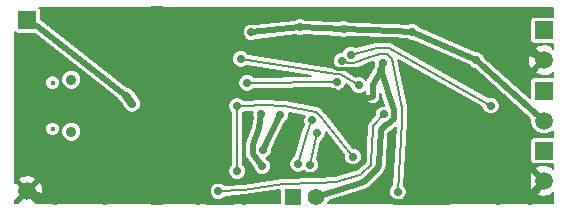
<source format=gbl>
G04 #@! TF.GenerationSoftware,KiCad,Pcbnew,(5.0.0-rc2-dev-596-gcfd2f1d00)*
G04 #@! TF.CreationDate,2018-08-25T14:54:55+02:00*
G04 #@! TF.ProjectId,MP2637,4D50323633372E6B696361645F706362,rev?*
G04 #@! TF.SameCoordinates,Original*
G04 #@! TF.FileFunction,Copper,L2,Bot,Signal*
G04 #@! TF.FilePolarity,Positive*
%FSLAX45Y45*%
G04 Gerber Fmt 4.5, Leading zero omitted, Abs format (unit mm)*
G04 Created by KiCad (PCBNEW (5.0.0-rc2-dev-596-gcfd2f1d00)) date 08/25/18 14:54:55*
%MOMM*%
%LPD*%
G01*
G04 APERTURE LIST*
%ADD10C,0.500000*%
%ADD11C,0.900000*%
%ADD12C,0.400000*%
%ADD13C,1.500000*%
%ADD14C,5.000000*%
%ADD15R,1.500000X1.500000*%
%ADD16R,1.400000X1.400000*%
%ADD17C,1.400000*%
%ADD18C,0.500000*%
%ADD19C,0.700000*%
%ADD20C,0.200000*%
%ADD21C,0.700000*%
%ADD22C,0.300000*%
G04 APERTURE END LIST*
D10*
X13075000Y-5800000D02*
X13075000Y-5700000D01*
D11*
X10525000Y-6095000D03*
X10525000Y-5655000D03*
D12*
X10365000Y-5680000D03*
X10365000Y-6070000D03*
D13*
X10150000Y-6600000D03*
D14*
X11250000Y-5275000D03*
X11250000Y-6475000D03*
D15*
X10150000Y-5150000D03*
D16*
X12400000Y-6650000D03*
D17*
X12600000Y-6650000D03*
D15*
X14525000Y-6258000D03*
D13*
X14525000Y-6512000D03*
D15*
X14525000Y-5238000D03*
D13*
X14525000Y-5492000D03*
D15*
X14525000Y-5748000D03*
D13*
X14525000Y-6002000D03*
D18*
X13075000Y-5700000D03*
X13075000Y-5800000D03*
D19*
X12049100Y-5256010D03*
X12460000Y-5210000D03*
X12830000Y-5227170D03*
X13410000Y-5250000D03*
X13148200Y-5574580D03*
X13165300Y-5511470D03*
X13953300Y-5491320D03*
X12132300Y-5946770D03*
X12139700Y-6388360D03*
X12891600Y-5444720D03*
X14075300Y-5875510D03*
X10990000Y-5790000D03*
X11040000Y-5860000D03*
X12294700Y-5951910D03*
X12149800Y-6249230D03*
X11929600Y-6431070D03*
X11929200Y-5880000D03*
X12909200Y-6306440D03*
X13288800Y-6607080D03*
X12812900Y-5495980D03*
X12602000Y-6110480D03*
X12547400Y-6376550D03*
X12564000Y-6001270D03*
X12446300Y-6368350D03*
X12776400Y-5675400D03*
X12013200Y-5680870D03*
X12956600Y-5700890D03*
X11960000Y-5480000D03*
X13170000Y-5950000D03*
X11770000Y-6600000D03*
X10390000Y-6680000D03*
X10810000Y-6680000D03*
X10380000Y-5070000D03*
X10790000Y-5070000D03*
X12909700Y-5834520D03*
X12831800Y-5834590D03*
X12749700Y-5836110D03*
X12747600Y-5762480D03*
X12827600Y-5760760D03*
X11335200Y-5623290D03*
X11426100Y-5620950D03*
X12735700Y-6450000D03*
X13230000Y-6120000D03*
X13810000Y-5070000D03*
X14120000Y-5070000D03*
X14380000Y-5070000D03*
X13490000Y-5070000D03*
X12810000Y-5070000D03*
X12340000Y-5070000D03*
X11990000Y-5070000D03*
X11640000Y-5070000D03*
X11600000Y-6680000D03*
X11990000Y-6680000D03*
X14140000Y-6680000D03*
X14375000Y-6125000D03*
X13621400Y-6496560D03*
X13446200Y-5403460D03*
X12462200Y-5413270D03*
X13060800Y-5543330D03*
X14212200Y-5859320D03*
X14343400Y-5384830D03*
X14007000Y-5387290D03*
X14386600Y-5629470D03*
X13910800Y-6096730D03*
X13456200Y-6100000D03*
X14410000Y-6680000D03*
X14121900Y-6423710D03*
X12018300Y-5801930D03*
X12042900Y-5578160D03*
X12022400Y-6031710D03*
X11546200Y-6154860D03*
X10986000Y-6119970D03*
X11022900Y-5606890D03*
X10503700Y-6399080D03*
X10070000Y-5600000D03*
X10070000Y-5880000D03*
X10070000Y-6150000D03*
X10550000Y-5300000D03*
D10*
X13148200Y-5579530D02*
X13148200Y-5574580D01*
X13075000Y-5700000D02*
X13148200Y-5579530D01*
X13255000Y-5914790D02*
X13148200Y-5574580D01*
X13255000Y-5985210D02*
X13255000Y-5914790D01*
X13205210Y-6035000D02*
X13255000Y-5985210D01*
X13194790Y-6035000D02*
X13205210Y-6035000D01*
X13145000Y-6084790D02*
X13194790Y-6035000D01*
X13129230Y-6377330D02*
X13145000Y-6084790D01*
X13114910Y-6411890D02*
X13129230Y-6377330D01*
X13014650Y-6512150D02*
X13114910Y-6411890D01*
X12980090Y-6526470D02*
X13014650Y-6512150D01*
X12790680Y-6590020D02*
X12980090Y-6526470D01*
X12600000Y-6650000D02*
X12790680Y-6590020D01*
X12460000Y-5210000D02*
X12830000Y-5227170D01*
X12112410Y-6068990D02*
X12132300Y-5946770D01*
X12059790Y-6211950D02*
X12112410Y-6068990D01*
X12059790Y-6286510D02*
X12059790Y-6211950D01*
X12139700Y-6388360D02*
X12059790Y-6286510D01*
X13148200Y-5574580D02*
X13165300Y-5511470D01*
X13246140Y-5241430D02*
X13410000Y-5250000D01*
X12830000Y-5227170D02*
X13246140Y-5241430D01*
X12049100Y-5256010D02*
X12460000Y-5210000D01*
X14525000Y-6002000D02*
X13953300Y-5491320D01*
X13953300Y-5491320D02*
X13410000Y-5250000D01*
D20*
X13217080Y-5386450D02*
X14075300Y-5875510D01*
X13113520Y-5386450D02*
X13217080Y-5386450D01*
X12891600Y-5444720D02*
X13113520Y-5386450D01*
D21*
X10990000Y-5790000D02*
X11040000Y-5860000D01*
D10*
X10200000Y-5200000D02*
X10150000Y-5150000D01*
X10225000Y-5200000D02*
X10200000Y-5200000D01*
X10235360Y-5200000D02*
X10225000Y-5200000D01*
X10990000Y-5790000D02*
X10235360Y-5200000D01*
X12294700Y-5951910D02*
X12149800Y-6249230D01*
D20*
X12049370Y-5876940D02*
X11929200Y-5880000D01*
X12101230Y-5871760D02*
X12049370Y-5876940D01*
X12163370Y-5871760D02*
X12101230Y-5871760D01*
X12325770Y-5876900D02*
X12163370Y-5871760D01*
X12595070Y-5926260D02*
X12325770Y-5876900D01*
X12639010Y-5970200D02*
X12595070Y-5926260D01*
X12909200Y-6306440D02*
X12639010Y-5970200D01*
X11929600Y-6431070D02*
X11929200Y-5880000D01*
X12838030Y-5501970D02*
X12812900Y-5495980D01*
X12855460Y-5509190D02*
X12838030Y-5501970D01*
X12862130Y-5515860D02*
X12855460Y-5509190D01*
X12921070Y-5515860D02*
X12862130Y-5515860D01*
X13029730Y-5468320D02*
X12921070Y-5515860D01*
X13134230Y-5436460D02*
X13029730Y-5468320D01*
X13196370Y-5436460D02*
X13134230Y-5436460D01*
X13240310Y-5480400D02*
X13196370Y-5436460D01*
X13325020Y-5892040D02*
X13240310Y-5480400D01*
X13325020Y-6007960D02*
X13325020Y-5892040D01*
X13288800Y-6607080D02*
X13325020Y-6007960D01*
X12547400Y-6376550D02*
X12602000Y-6110480D01*
X12526990Y-6079410D02*
X12446300Y-6368350D01*
X12564000Y-6001270D02*
X12526990Y-6079410D01*
X12776400Y-5675400D02*
X12013200Y-5680870D01*
X12765420Y-5610610D02*
X11960000Y-5480000D01*
X12803240Y-5610610D02*
X12765420Y-5610610D01*
X12956600Y-5700890D02*
X12803240Y-5610610D01*
X11987560Y-6586090D02*
X11770000Y-6600000D01*
X12313430Y-6539990D02*
X11987560Y-6586090D01*
X12605360Y-6531570D02*
X12313430Y-6539990D01*
X12766770Y-6525010D02*
X12605360Y-6531570D01*
X12967160Y-6461460D02*
X12766770Y-6525010D01*
X12977830Y-6457040D02*
X12967160Y-6461460D01*
X13059800Y-6375070D02*
X12977830Y-6457040D01*
X13064220Y-6364400D02*
X13059800Y-6375070D01*
X13074980Y-6062040D02*
X13064220Y-6364400D01*
X13079400Y-6051370D02*
X13074980Y-6062040D01*
X13170000Y-5950000D02*
X13079400Y-6051370D01*
D10*
X11807280Y-6509990D02*
X11250000Y-6475000D01*
X11892320Y-6521080D02*
X11807280Y-6509990D01*
X11966880Y-6521080D02*
X11892320Y-6521080D01*
X12286500Y-6474980D02*
X11966880Y-6521080D01*
X12584680Y-6466560D02*
X12286500Y-6474980D01*
X12735700Y-6450000D02*
X12584680Y-6466560D01*
X12462200Y-5413270D02*
X11856200Y-5366770D01*
X11922720Y-5570010D02*
X12042900Y-5578160D01*
X11869990Y-5517280D02*
X11922720Y-5570010D01*
X11856200Y-5366770D02*
X11869990Y-5517280D01*
X12854320Y-5354710D02*
X12462200Y-5413270D01*
X13100370Y-5321440D02*
X12854320Y-5354710D01*
X13230230Y-5321440D02*
X13100370Y-5321440D01*
X13446200Y-5403460D02*
X13230230Y-5321440D01*
X10390000Y-6680000D02*
X10810000Y-6680000D01*
X14525000Y-6512000D02*
X14410000Y-6680000D01*
X12909700Y-5834520D02*
X12831800Y-5834590D01*
X14394990Y-6564990D02*
X14410000Y-6680000D01*
X14375000Y-6125000D02*
X14394990Y-6564990D01*
X13810000Y-5070000D02*
X13490000Y-5070000D01*
X13200920Y-6570680D02*
X13230000Y-6120000D01*
X13200920Y-6643480D02*
X13200920Y-6570680D01*
X13252400Y-6694960D02*
X13200920Y-6643480D01*
X13325200Y-6694960D02*
X13252400Y-6694960D01*
X14140000Y-6680000D02*
X13325200Y-6694960D01*
D22*
X12942250Y-5567010D02*
X13060800Y-5543330D01*
X12840950Y-5567010D02*
X12942250Y-5567010D01*
X12821820Y-5565750D02*
X12840950Y-5567010D01*
X12784000Y-5565750D02*
X12821820Y-5565750D01*
X12462200Y-5413270D02*
X12784000Y-5565750D01*
D10*
X11807280Y-6690010D02*
X11990000Y-6680000D01*
X11732720Y-6690010D02*
X11807280Y-6690010D01*
X11600000Y-6680000D02*
X11732720Y-6690010D01*
X13490000Y-5070000D02*
X12810000Y-5070000D01*
X14047430Y-6614940D02*
X13621400Y-6496560D01*
X14050760Y-6616320D02*
X14047430Y-6614940D01*
X14140000Y-6680000D02*
X14050760Y-6616320D01*
X10790000Y-5070000D02*
X10380000Y-5070000D01*
X10390000Y-6680000D02*
X10150000Y-6600000D01*
X13075000Y-5800000D02*
X12909700Y-5834520D01*
X11335200Y-5623290D02*
X11250000Y-5275000D01*
X14120000Y-5070000D02*
X14380000Y-5070000D01*
X12719200Y-5762480D02*
X12018300Y-5801930D01*
X12747600Y-5762480D02*
X12719200Y-5762480D01*
X10810000Y-6680000D02*
X10503700Y-6399080D01*
X11990000Y-5070000D02*
X11640000Y-5070000D01*
X12018300Y-5801930D02*
X11426100Y-5620950D01*
X12340000Y-5070000D02*
X11990000Y-5070000D01*
X14007000Y-5387290D02*
X14386600Y-5629470D01*
X12747600Y-5793900D02*
X12747600Y-5762480D01*
X12749700Y-5836110D02*
X12747600Y-5793900D01*
X12999210Y-6269160D02*
X12909700Y-5834520D01*
X12999210Y-6343720D02*
X12999210Y-6269160D01*
X12946480Y-6396450D02*
X12999210Y-6343720D01*
X12735700Y-6450000D02*
X12946480Y-6396450D01*
X10070000Y-5600000D02*
X10070000Y-5880000D01*
X11546200Y-6154860D02*
X10986000Y-6119970D01*
X11640000Y-5070000D02*
X11250000Y-5275000D01*
X10380000Y-5070000D02*
X10550000Y-5300000D01*
X14140000Y-6680000D02*
X14121900Y-6423710D01*
X11856200Y-5366770D02*
X11250000Y-5275000D01*
X14375000Y-6125000D02*
X13910800Y-6096730D01*
X14112580Y-5785500D02*
X14212200Y-5859320D01*
X13446200Y-5403460D02*
X14112580Y-5785500D01*
X12810000Y-5070000D02*
X12340000Y-5070000D01*
X10070000Y-5880000D02*
X10070000Y-6150000D01*
X14343400Y-5384830D02*
X14525000Y-5492000D01*
X11250000Y-5275000D02*
X11022900Y-5606890D01*
X13810000Y-5070000D02*
X14343400Y-5384830D01*
X14410000Y-6680000D02*
X14140000Y-6680000D01*
D20*
G36*
X13090315Y-5526391D02*
X13084655Y-5532041D01*
X13073213Y-5559596D01*
X13073197Y-5577793D01*
X13023525Y-5659541D01*
X13021500Y-5661563D01*
X13020219Y-5658461D01*
X12999139Y-5637345D01*
X12971584Y-5625903D01*
X12941747Y-5625877D01*
X12933513Y-5629279D01*
X12831718Y-5569354D01*
X12847310Y-5562912D01*
X12862130Y-5565860D01*
X12921070Y-5565860D01*
X12921562Y-5565762D01*
X12922056Y-5565850D01*
X12931112Y-5563863D01*
X12940204Y-5562054D01*
X12940621Y-5561775D01*
X12941111Y-5561668D01*
X13047100Y-5515296D01*
X13090308Y-5502123D01*
X13090287Y-5526323D01*
X13090315Y-5526391D01*
X13090315Y-5526391D01*
G37*
X13090315Y-5526391D02*
X13084655Y-5532041D01*
X13073213Y-5559596D01*
X13073197Y-5577793D01*
X13023525Y-5659541D01*
X13021500Y-5661563D01*
X13020219Y-5658461D01*
X12999139Y-5637345D01*
X12971584Y-5625903D01*
X12941747Y-5625877D01*
X12933513Y-5629279D01*
X12831718Y-5569354D01*
X12847310Y-5562912D01*
X12862130Y-5565860D01*
X12921070Y-5565860D01*
X12921562Y-5565762D01*
X12922056Y-5565850D01*
X12931112Y-5563863D01*
X12940204Y-5562054D01*
X12940621Y-5561775D01*
X12941111Y-5561668D01*
X13047100Y-5515296D01*
X13090308Y-5502123D01*
X13090287Y-5526323D01*
X13090315Y-5526391D01*
G36*
X14602500Y-6702500D02*
X14600465Y-6702500D01*
X12697306Y-6702500D01*
X12704455Y-6685283D01*
X12810184Y-6652025D01*
X12810734Y-6651724D01*
X12811356Y-6651644D01*
X13000766Y-6588094D01*
X13002740Y-6586963D01*
X13004971Y-6586519D01*
X13039524Y-6572202D01*
X13039524Y-6572202D01*
X13039525Y-6572202D01*
X13039531Y-6572199D01*
X13050241Y-6565041D01*
X13060612Y-6558112D01*
X13060617Y-6558107D01*
X13060617Y-6558107D01*
X13060618Y-6558106D01*
X13160866Y-6457858D01*
X13160867Y-6457857D01*
X13160867Y-6457857D01*
X13160872Y-6457852D01*
X13167874Y-6447372D01*
X13174959Y-6436771D01*
X13174962Y-6436765D01*
X13174962Y-6436764D01*
X13174962Y-6436764D01*
X13189279Y-6402211D01*
X13191420Y-6391456D01*
X13194136Y-6380829D01*
X13208566Y-6113148D01*
X13225812Y-6095902D01*
X13225957Y-6095873D01*
X13230084Y-6095052D01*
X13230084Y-6095052D01*
X13251172Y-6080962D01*
X13271760Y-6060374D01*
X13242310Y-6547516D01*
X13225255Y-6564540D01*
X13213813Y-6592096D01*
X13213787Y-6621933D01*
X13225181Y-6649509D01*
X13246260Y-6670625D01*
X13273816Y-6682067D01*
X13303653Y-6682093D01*
X13331229Y-6670699D01*
X13352345Y-6649619D01*
X13363787Y-6622064D01*
X13363813Y-6592227D01*
X13352419Y-6564651D01*
X13342082Y-6554297D01*
X13374929Y-6010977D01*
X13374721Y-6009461D01*
X13375020Y-6007960D01*
X13375020Y-5892040D01*
X13374027Y-5887050D01*
X13373994Y-5881962D01*
X13292739Y-5487113D01*
X14000287Y-5890312D01*
X14000287Y-5890363D01*
X14011681Y-5917939D01*
X14032760Y-5939055D01*
X14060316Y-5950497D01*
X14090153Y-5950523D01*
X14117729Y-5939129D01*
X14138845Y-5918049D01*
X14150287Y-5890494D01*
X14150313Y-5860657D01*
X14138919Y-5833081D01*
X14117839Y-5811965D01*
X14090284Y-5800523D01*
X14060447Y-5800497D01*
X14051291Y-5804280D01*
X13241835Y-5343008D01*
X13238840Y-5342010D01*
X13236214Y-5340256D01*
X13229663Y-5338953D01*
X13223327Y-5336842D01*
X13220177Y-5337066D01*
X13217080Y-5336450D01*
X13113520Y-5336450D01*
X13107227Y-5337702D01*
X13100822Y-5338089D01*
X12934677Y-5381714D01*
X12934139Y-5381175D01*
X12906584Y-5369733D01*
X12876747Y-5369707D01*
X12849171Y-5381101D01*
X12828055Y-5402181D01*
X12820246Y-5420986D01*
X12798047Y-5420967D01*
X12770471Y-5432361D01*
X12749355Y-5453441D01*
X12737913Y-5480996D01*
X12737887Y-5510833D01*
X12749281Y-5538409D01*
X12770360Y-5559525D01*
X12772974Y-5560610D01*
X12769448Y-5560610D01*
X12024545Y-5439814D01*
X12023619Y-5437571D01*
X12002539Y-5416455D01*
X11974984Y-5405013D01*
X11945147Y-5404987D01*
X11917571Y-5416381D01*
X11896455Y-5437461D01*
X11885013Y-5465016D01*
X11884987Y-5494853D01*
X11896381Y-5522429D01*
X11917460Y-5543545D01*
X11945016Y-5554987D01*
X11974853Y-5555013D01*
X12002429Y-5543619D01*
X12007673Y-5538384D01*
X12554084Y-5626992D01*
X12068861Y-5630470D01*
X12055739Y-5617325D01*
X12028184Y-5605883D01*
X11998347Y-5605857D01*
X11970771Y-5617251D01*
X11949655Y-5638330D01*
X11938213Y-5665886D01*
X11938187Y-5695723D01*
X11949581Y-5723299D01*
X11970660Y-5744415D01*
X11998216Y-5755857D01*
X12028053Y-5755883D01*
X12055629Y-5744489D01*
X12069675Y-5730466D01*
X12720739Y-5725800D01*
X12733860Y-5738945D01*
X12761416Y-5750387D01*
X12791253Y-5750413D01*
X12818829Y-5739019D01*
X12839945Y-5717939D01*
X12849188Y-5695679D01*
X12881588Y-5714752D01*
X12881587Y-5715743D01*
X12892981Y-5743319D01*
X12914060Y-5764435D01*
X12941616Y-5775877D01*
X12971453Y-5775903D01*
X12999029Y-5764509D01*
X13010000Y-5753557D01*
X13010000Y-5800000D01*
X13014948Y-5824874D01*
X13029038Y-5845962D01*
X13050126Y-5860052D01*
X13075000Y-5865000D01*
X13099874Y-5860052D01*
X13120962Y-5845962D01*
X13135052Y-5824874D01*
X13140000Y-5800000D01*
X13140000Y-5765478D01*
X13174383Y-5875004D01*
X13155147Y-5874987D01*
X13127571Y-5886381D01*
X13106455Y-5907460D01*
X13095013Y-5935016D01*
X13094992Y-5958893D01*
X13042120Y-6018051D01*
X13037862Y-6025267D01*
X13033207Y-6032234D01*
X13028786Y-6042905D01*
X13027053Y-6051616D01*
X13025012Y-6060262D01*
X13014721Y-6349439D01*
X12984213Y-6379946D01*
X12984213Y-6291587D01*
X12972819Y-6264011D01*
X12951739Y-6242895D01*
X12924184Y-6231453D01*
X12913078Y-6231443D01*
X12677986Y-5938881D01*
X12675887Y-5937121D01*
X12674365Y-5934845D01*
X12630425Y-5890905D01*
X12626021Y-5887961D01*
X12622219Y-5884273D01*
X12617988Y-5882594D01*
X12614204Y-5880066D01*
X12609008Y-5879032D01*
X12604084Y-5877079D01*
X12334784Y-5827719D01*
X12331020Y-5827776D01*
X12327352Y-5826925D01*
X12164952Y-5821785D01*
X12164158Y-5821917D01*
X12163370Y-5821760D01*
X12101230Y-5821760D01*
X12098763Y-5822251D01*
X12096261Y-5822008D01*
X12046245Y-5827003D01*
X11983855Y-5828592D01*
X11971739Y-5816455D01*
X11944184Y-5805013D01*
X11914347Y-5804987D01*
X11886771Y-5816381D01*
X11865655Y-5837460D01*
X11854213Y-5865016D01*
X11854187Y-5894853D01*
X11865581Y-5922429D01*
X11879241Y-5936112D01*
X11879559Y-6375050D01*
X11866055Y-6388530D01*
X11854613Y-6416086D01*
X11854587Y-6445923D01*
X11865981Y-6473499D01*
X11887060Y-6494615D01*
X11914616Y-6506057D01*
X11944453Y-6506083D01*
X11972029Y-6494689D01*
X11993145Y-6473609D01*
X12004587Y-6446054D01*
X12004613Y-6416217D01*
X11993219Y-6388641D01*
X11979559Y-6374958D01*
X11979241Y-5936020D01*
X11986722Y-5928551D01*
X12050643Y-5926924D01*
X12052473Y-5926511D01*
X12054339Y-5926692D01*
X12059648Y-5926162D01*
X12057313Y-5931786D01*
X12057287Y-5961623D01*
X12062123Y-5973327D01*
X12049256Y-6052392D01*
X11998791Y-6189498D01*
X11997015Y-6200763D01*
X11994790Y-6211950D01*
X11994790Y-6286510D01*
X11996516Y-6295187D01*
X11997190Y-6304009D01*
X11998969Y-6307522D01*
X11999738Y-6311384D01*
X12004653Y-6318740D01*
X12008651Y-6326633D01*
X12064691Y-6398059D01*
X12064687Y-6403213D01*
X12076081Y-6430789D01*
X12097160Y-6451905D01*
X12124716Y-6463347D01*
X12154553Y-6463373D01*
X12182129Y-6451979D01*
X12203245Y-6430899D01*
X12214687Y-6403344D01*
X12214713Y-6373507D01*
X12203319Y-6345931D01*
X12182239Y-6324815D01*
X12172777Y-6320886D01*
X12192229Y-6312849D01*
X12213345Y-6291769D01*
X12224787Y-6264214D01*
X12224805Y-6243697D01*
X12335720Y-6016111D01*
X12337129Y-6015529D01*
X12358245Y-5994449D01*
X12369687Y-5966894D01*
X12369713Y-5937057D01*
X12369145Y-5935683D01*
X12500061Y-5959679D01*
X12489013Y-5986286D01*
X12488987Y-6016123D01*
X12494882Y-6030391D01*
X12481802Y-6058007D01*
X12480762Y-6062151D01*
X12478833Y-6065961D01*
X12413233Y-6300863D01*
X12403871Y-6304731D01*
X12382755Y-6325810D01*
X12371313Y-6353366D01*
X12371287Y-6383203D01*
X12382681Y-6410779D01*
X12403760Y-6431895D01*
X12431316Y-6443337D01*
X12461153Y-6443363D01*
X12488729Y-6431969D01*
X12492746Y-6427959D01*
X12504860Y-6440095D01*
X12532416Y-6451537D01*
X12562253Y-6451563D01*
X12589829Y-6440169D01*
X12610945Y-6419089D01*
X12622387Y-6391534D01*
X12622413Y-6361697D01*
X12611019Y-6334121D01*
X12607809Y-6330905D01*
X12639575Y-6176104D01*
X12644429Y-6174099D01*
X12665545Y-6153019D01*
X12676987Y-6125464D01*
X12677011Y-6097314D01*
X12834212Y-6292943D01*
X12834187Y-6321293D01*
X12845581Y-6348869D01*
X12866660Y-6369985D01*
X12894216Y-6381427D01*
X12924053Y-6381453D01*
X12951629Y-6370059D01*
X12972745Y-6348979D01*
X12984187Y-6321424D01*
X12984213Y-6291587D01*
X12984213Y-6379946D01*
X12949577Y-6414582D01*
X12758044Y-6475323D01*
X12603619Y-6481599D01*
X12311988Y-6490011D01*
X12309241Y-6490640D01*
X12306426Y-6490483D01*
X11982455Y-6536314D01*
X11822601Y-6546535D01*
X11812539Y-6536455D01*
X11784984Y-6525013D01*
X11755147Y-6524987D01*
X11727571Y-6536381D01*
X11706455Y-6557460D01*
X11695013Y-6585016D01*
X11694987Y-6614853D01*
X11706381Y-6642429D01*
X11727460Y-6663545D01*
X11755016Y-6674987D01*
X11784853Y-6675013D01*
X11812429Y-6663619D01*
X11829799Y-6646279D01*
X11990750Y-6635988D01*
X11992626Y-6635489D01*
X11994564Y-6635597D01*
X12290000Y-6593802D01*
X12290000Y-6702500D01*
X10610015Y-6702500D01*
X10610015Y-6078167D01*
X10610015Y-5638167D01*
X10597102Y-5606914D01*
X10573212Y-5582983D01*
X10541982Y-5570015D01*
X10508167Y-5569985D01*
X10476914Y-5582899D01*
X10452983Y-5606788D01*
X10440015Y-5638018D01*
X10439985Y-5671833D01*
X10452899Y-5703086D01*
X10476789Y-5727017D01*
X10508018Y-5739985D01*
X10541833Y-5740015D01*
X10573086Y-5727101D01*
X10597017Y-5703211D01*
X10609985Y-5671982D01*
X10610015Y-5638167D01*
X10610015Y-6078167D01*
X10597102Y-6046914D01*
X10573212Y-6022983D01*
X10541982Y-6010015D01*
X10508167Y-6009985D01*
X10476914Y-6022898D01*
X10452983Y-6046788D01*
X10440015Y-6078018D01*
X10439985Y-6111833D01*
X10452899Y-6143086D01*
X10476789Y-6167017D01*
X10508018Y-6179985D01*
X10541833Y-6180015D01*
X10573086Y-6167101D01*
X10597017Y-6143211D01*
X10609985Y-6111982D01*
X10610015Y-6078167D01*
X10610015Y-6702500D01*
X10425010Y-6702500D01*
X10425010Y-6058118D01*
X10425010Y-5668118D01*
X10415895Y-5646057D01*
X10399032Y-5629164D01*
X10376987Y-5620010D01*
X10353118Y-5619990D01*
X10331057Y-5629105D01*
X10314164Y-5645968D01*
X10305010Y-5668013D01*
X10304990Y-5691882D01*
X10314105Y-5713943D01*
X10330968Y-5730836D01*
X10353013Y-5739990D01*
X10376882Y-5740010D01*
X10398943Y-5730895D01*
X10415836Y-5714032D01*
X10424990Y-5691987D01*
X10425010Y-5668118D01*
X10425010Y-6058118D01*
X10415895Y-6036057D01*
X10399032Y-6019164D01*
X10376987Y-6010010D01*
X10353118Y-6009990D01*
X10331057Y-6019105D01*
X10314164Y-6035968D01*
X10305010Y-6058013D01*
X10304990Y-6081882D01*
X10314105Y-6103943D01*
X10330968Y-6120836D01*
X10353013Y-6129990D01*
X10376882Y-6130010D01*
X10398943Y-6120895D01*
X10415836Y-6104032D01*
X10424990Y-6081987D01*
X10425010Y-6058118D01*
X10425010Y-6702500D01*
X10286546Y-6702500D01*
X10286546Y-6617356D01*
X10282794Y-6563780D01*
X10269511Y-6531712D01*
X10246679Y-6524535D01*
X10225465Y-6545748D01*
X10225465Y-6503321D01*
X10218288Y-6480489D01*
X10167356Y-6463454D01*
X10113780Y-6467206D01*
X10081712Y-6480489D01*
X10074535Y-6503321D01*
X10150000Y-6578787D01*
X10225465Y-6503321D01*
X10225465Y-6545748D01*
X10171213Y-6600000D01*
X10246679Y-6675465D01*
X10269511Y-6668288D01*
X10286546Y-6617356D01*
X10286546Y-6702500D01*
X10223635Y-6702500D01*
X10225465Y-6696678D01*
X10150000Y-6621213D01*
X10074535Y-6696678D01*
X10076365Y-6702500D01*
X10047500Y-6702500D01*
X10047500Y-6673635D01*
X10053322Y-6675465D01*
X10128787Y-6600000D01*
X10053322Y-6524535D01*
X10047500Y-6526365D01*
X10047500Y-5254069D01*
X10052342Y-5258910D01*
X10067044Y-5265000D01*
X10082957Y-5265000D01*
X10200000Y-5265000D01*
X10212966Y-5265000D01*
X10920485Y-5818159D01*
X10926381Y-5832429D01*
X10932558Y-5838617D01*
X10973970Y-5896592D01*
X10976381Y-5902429D01*
X10997461Y-5923545D01*
X11025016Y-5934987D01*
X11054853Y-5935013D01*
X11082429Y-5923619D01*
X11103545Y-5902539D01*
X11114987Y-5874984D01*
X11115013Y-5845147D01*
X11103619Y-5817571D01*
X11097441Y-5811383D01*
X11056030Y-5753408D01*
X11053619Y-5747571D01*
X11032540Y-5726455D01*
X11004984Y-5715013D01*
X10999614Y-5715008D01*
X10275395Y-5148793D01*
X10267545Y-5144833D01*
X10265000Y-5143132D01*
X10265000Y-5067044D01*
X10258910Y-5052342D01*
X10254069Y-5047500D01*
X14602500Y-5047500D01*
X14602500Y-5123000D01*
X14592043Y-5123000D01*
X14442043Y-5123000D01*
X14427342Y-5129090D01*
X14416090Y-5140342D01*
X14410000Y-5155044D01*
X14410000Y-5170957D01*
X14410000Y-5320957D01*
X14416090Y-5335658D01*
X14427342Y-5346910D01*
X14442043Y-5353000D01*
X14457956Y-5353000D01*
X14602500Y-5353000D01*
X14602500Y-5393287D01*
X14600465Y-5395321D01*
X14593288Y-5372490D01*
X14542356Y-5355454D01*
X14488780Y-5359206D01*
X14456712Y-5372490D01*
X14449535Y-5395322D01*
X14525000Y-5470787D01*
X14526414Y-5469373D01*
X14547627Y-5490586D01*
X14546213Y-5492000D01*
X14547627Y-5493414D01*
X14526414Y-5514627D01*
X14525000Y-5513213D01*
X14503787Y-5534426D01*
X14503787Y-5492000D01*
X14428321Y-5416535D01*
X14405489Y-5423712D01*
X14388454Y-5474644D01*
X14392206Y-5528220D01*
X14405489Y-5560288D01*
X14428321Y-5567465D01*
X14503787Y-5492000D01*
X14503787Y-5534426D01*
X14449535Y-5588679D01*
X14456712Y-5611510D01*
X14507644Y-5628546D01*
X14561220Y-5624794D01*
X14593288Y-5611510D01*
X14600465Y-5588679D01*
X14600465Y-5588679D01*
X14602500Y-5590714D01*
X14602500Y-5633000D01*
X14600465Y-5633000D01*
X14592043Y-5633000D01*
X14442043Y-5633000D01*
X14427342Y-5639090D01*
X14416090Y-5650342D01*
X14410000Y-5665043D01*
X14410000Y-5680956D01*
X14410000Y-5812118D01*
X14024844Y-5468072D01*
X14016919Y-5448891D01*
X13995839Y-5427775D01*
X13968284Y-5416333D01*
X13944555Y-5416312D01*
X13472835Y-5206786D01*
X13452539Y-5186455D01*
X13424984Y-5175013D01*
X13395147Y-5174987D01*
X13375496Y-5183107D01*
X13249535Y-5176519D01*
X13248946Y-5176604D01*
X13248366Y-5176468D01*
X12872446Y-5163586D01*
X12844984Y-5152183D01*
X12815147Y-5152157D01*
X12795012Y-5160476D01*
X12503009Y-5146926D01*
X12502539Y-5146455D01*
X12474984Y-5135013D01*
X12445147Y-5134987D01*
X12417571Y-5146381D01*
X12414227Y-5149719D01*
X12079074Y-5187247D01*
X12064084Y-5181023D01*
X12034247Y-5180997D01*
X12006671Y-5192391D01*
X11985555Y-5213471D01*
X11974113Y-5241026D01*
X11974087Y-5270863D01*
X11985481Y-5298439D01*
X12006560Y-5319555D01*
X12034116Y-5330997D01*
X12063953Y-5331023D01*
X12091529Y-5319629D01*
X12094872Y-5316291D01*
X12430026Y-5278763D01*
X12445016Y-5284987D01*
X12474853Y-5285013D01*
X12494987Y-5276694D01*
X12786990Y-5290244D01*
X12787460Y-5290715D01*
X12815016Y-5302157D01*
X12844853Y-5302183D01*
X12866007Y-5293442D01*
X13243330Y-5306372D01*
X13366743Y-5312827D01*
X13367460Y-5313545D01*
X13395016Y-5324987D01*
X13418745Y-5325008D01*
X13890465Y-5534534D01*
X13910760Y-5554865D01*
X13938316Y-5566307D01*
X13939678Y-5566308D01*
X14410013Y-5986443D01*
X14409980Y-6024775D01*
X14427451Y-6067057D01*
X14459773Y-6099435D01*
X14502025Y-6116980D01*
X14547775Y-6117020D01*
X14590057Y-6099549D01*
X14602500Y-6087128D01*
X14602500Y-6143000D01*
X14592043Y-6143000D01*
X14442043Y-6143000D01*
X14427342Y-6149090D01*
X14416090Y-6160342D01*
X14410000Y-6175043D01*
X14410000Y-6190956D01*
X14410000Y-6340956D01*
X14416090Y-6355658D01*
X14427342Y-6366910D01*
X14442043Y-6373000D01*
X14457956Y-6373000D01*
X14602500Y-6373000D01*
X14602500Y-6413286D01*
X14600465Y-6415321D01*
X14593288Y-6392489D01*
X14542356Y-6375454D01*
X14488780Y-6379206D01*
X14456712Y-6392489D01*
X14449535Y-6415321D01*
X14525000Y-6490787D01*
X14526414Y-6489372D01*
X14547627Y-6510586D01*
X14546213Y-6512000D01*
X14547627Y-6513414D01*
X14526414Y-6534627D01*
X14525000Y-6533213D01*
X14503787Y-6554426D01*
X14503787Y-6512000D01*
X14428321Y-6436535D01*
X14405489Y-6443712D01*
X14388454Y-6494644D01*
X14392206Y-6548220D01*
X14405489Y-6580288D01*
X14428321Y-6587465D01*
X14503787Y-6512000D01*
X14503787Y-6554426D01*
X14449535Y-6608678D01*
X14456712Y-6631510D01*
X14507644Y-6648546D01*
X14561220Y-6644794D01*
X14593288Y-6631510D01*
X14600465Y-6608679D01*
X14600465Y-6608679D01*
X14602500Y-6610713D01*
X14602500Y-6702500D01*
X14602500Y-6702500D01*
G37*
X14602500Y-6702500D02*
X14600465Y-6702500D01*
X12697306Y-6702500D01*
X12704455Y-6685283D01*
X12810184Y-6652025D01*
X12810734Y-6651724D01*
X12811356Y-6651644D01*
X13000766Y-6588094D01*
X13002740Y-6586963D01*
X13004971Y-6586519D01*
X13039524Y-6572202D01*
X13039524Y-6572202D01*
X13039525Y-6572202D01*
X13039531Y-6572199D01*
X13050241Y-6565041D01*
X13060612Y-6558112D01*
X13060617Y-6558107D01*
X13060617Y-6558107D01*
X13060618Y-6558106D01*
X13160866Y-6457858D01*
X13160867Y-6457857D01*
X13160867Y-6457857D01*
X13160872Y-6457852D01*
X13167874Y-6447372D01*
X13174959Y-6436771D01*
X13174962Y-6436765D01*
X13174962Y-6436764D01*
X13174962Y-6436764D01*
X13189279Y-6402211D01*
X13191420Y-6391456D01*
X13194136Y-6380829D01*
X13208566Y-6113148D01*
X13225812Y-6095902D01*
X13225957Y-6095873D01*
X13230084Y-6095052D01*
X13230084Y-6095052D01*
X13251172Y-6080962D01*
X13271760Y-6060374D01*
X13242310Y-6547516D01*
X13225255Y-6564540D01*
X13213813Y-6592096D01*
X13213787Y-6621933D01*
X13225181Y-6649509D01*
X13246260Y-6670625D01*
X13273816Y-6682067D01*
X13303653Y-6682093D01*
X13331229Y-6670699D01*
X13352345Y-6649619D01*
X13363787Y-6622064D01*
X13363813Y-6592227D01*
X13352419Y-6564651D01*
X13342082Y-6554297D01*
X13374929Y-6010977D01*
X13374721Y-6009461D01*
X13375020Y-6007960D01*
X13375020Y-5892040D01*
X13374027Y-5887050D01*
X13373994Y-5881962D01*
X13292739Y-5487113D01*
X14000287Y-5890312D01*
X14000287Y-5890363D01*
X14011681Y-5917939D01*
X14032760Y-5939055D01*
X14060316Y-5950497D01*
X14090153Y-5950523D01*
X14117729Y-5939129D01*
X14138845Y-5918049D01*
X14150287Y-5890494D01*
X14150313Y-5860657D01*
X14138919Y-5833081D01*
X14117839Y-5811965D01*
X14090284Y-5800523D01*
X14060447Y-5800497D01*
X14051291Y-5804280D01*
X13241835Y-5343008D01*
X13238840Y-5342010D01*
X13236214Y-5340256D01*
X13229663Y-5338953D01*
X13223327Y-5336842D01*
X13220177Y-5337066D01*
X13217080Y-5336450D01*
X13113520Y-5336450D01*
X13107227Y-5337702D01*
X13100822Y-5338089D01*
X12934677Y-5381714D01*
X12934139Y-5381175D01*
X12906584Y-5369733D01*
X12876747Y-5369707D01*
X12849171Y-5381101D01*
X12828055Y-5402181D01*
X12820246Y-5420986D01*
X12798047Y-5420967D01*
X12770471Y-5432361D01*
X12749355Y-5453441D01*
X12737913Y-5480996D01*
X12737887Y-5510833D01*
X12749281Y-5538409D01*
X12770360Y-5559525D01*
X12772974Y-5560610D01*
X12769448Y-5560610D01*
X12024545Y-5439814D01*
X12023619Y-5437571D01*
X12002539Y-5416455D01*
X11974984Y-5405013D01*
X11945147Y-5404987D01*
X11917571Y-5416381D01*
X11896455Y-5437461D01*
X11885013Y-5465016D01*
X11884987Y-5494853D01*
X11896381Y-5522429D01*
X11917460Y-5543545D01*
X11945016Y-5554987D01*
X11974853Y-5555013D01*
X12002429Y-5543619D01*
X12007673Y-5538384D01*
X12554084Y-5626992D01*
X12068861Y-5630470D01*
X12055739Y-5617325D01*
X12028184Y-5605883D01*
X11998347Y-5605857D01*
X11970771Y-5617251D01*
X11949655Y-5638330D01*
X11938213Y-5665886D01*
X11938187Y-5695723D01*
X11949581Y-5723299D01*
X11970660Y-5744415D01*
X11998216Y-5755857D01*
X12028053Y-5755883D01*
X12055629Y-5744489D01*
X12069675Y-5730466D01*
X12720739Y-5725800D01*
X12733860Y-5738945D01*
X12761416Y-5750387D01*
X12791253Y-5750413D01*
X12818829Y-5739019D01*
X12839945Y-5717939D01*
X12849188Y-5695679D01*
X12881588Y-5714752D01*
X12881587Y-5715743D01*
X12892981Y-5743319D01*
X12914060Y-5764435D01*
X12941616Y-5775877D01*
X12971453Y-5775903D01*
X12999029Y-5764509D01*
X13010000Y-5753557D01*
X13010000Y-5800000D01*
X13014948Y-5824874D01*
X13029038Y-5845962D01*
X13050126Y-5860052D01*
X13075000Y-5865000D01*
X13099874Y-5860052D01*
X13120962Y-5845962D01*
X13135052Y-5824874D01*
X13140000Y-5800000D01*
X13140000Y-5765478D01*
X13174383Y-5875004D01*
X13155147Y-5874987D01*
X13127571Y-5886381D01*
X13106455Y-5907460D01*
X13095013Y-5935016D01*
X13094992Y-5958893D01*
X13042120Y-6018051D01*
X13037862Y-6025267D01*
X13033207Y-6032234D01*
X13028786Y-6042905D01*
X13027053Y-6051616D01*
X13025012Y-6060262D01*
X13014721Y-6349439D01*
X12984213Y-6379946D01*
X12984213Y-6291587D01*
X12972819Y-6264011D01*
X12951739Y-6242895D01*
X12924184Y-6231453D01*
X12913078Y-6231443D01*
X12677986Y-5938881D01*
X12675887Y-5937121D01*
X12674365Y-5934845D01*
X12630425Y-5890905D01*
X12626021Y-5887961D01*
X12622219Y-5884273D01*
X12617988Y-5882594D01*
X12614204Y-5880066D01*
X12609008Y-5879032D01*
X12604084Y-5877079D01*
X12334784Y-5827719D01*
X12331020Y-5827776D01*
X12327352Y-5826925D01*
X12164952Y-5821785D01*
X12164158Y-5821917D01*
X12163370Y-5821760D01*
X12101230Y-5821760D01*
X12098763Y-5822251D01*
X12096261Y-5822008D01*
X12046245Y-5827003D01*
X11983855Y-5828592D01*
X11971739Y-5816455D01*
X11944184Y-5805013D01*
X11914347Y-5804987D01*
X11886771Y-5816381D01*
X11865655Y-5837460D01*
X11854213Y-5865016D01*
X11854187Y-5894853D01*
X11865581Y-5922429D01*
X11879241Y-5936112D01*
X11879559Y-6375050D01*
X11866055Y-6388530D01*
X11854613Y-6416086D01*
X11854587Y-6445923D01*
X11865981Y-6473499D01*
X11887060Y-6494615D01*
X11914616Y-6506057D01*
X11944453Y-6506083D01*
X11972029Y-6494689D01*
X11993145Y-6473609D01*
X12004587Y-6446054D01*
X12004613Y-6416217D01*
X11993219Y-6388641D01*
X11979559Y-6374958D01*
X11979241Y-5936020D01*
X11986722Y-5928551D01*
X12050643Y-5926924D01*
X12052473Y-5926511D01*
X12054339Y-5926692D01*
X12059648Y-5926162D01*
X12057313Y-5931786D01*
X12057287Y-5961623D01*
X12062123Y-5973327D01*
X12049256Y-6052392D01*
X11998791Y-6189498D01*
X11997015Y-6200763D01*
X11994790Y-6211950D01*
X11994790Y-6286510D01*
X11996516Y-6295187D01*
X11997190Y-6304009D01*
X11998969Y-6307522D01*
X11999738Y-6311384D01*
X12004653Y-6318740D01*
X12008651Y-6326633D01*
X12064691Y-6398059D01*
X12064687Y-6403213D01*
X12076081Y-6430789D01*
X12097160Y-6451905D01*
X12124716Y-6463347D01*
X12154553Y-6463373D01*
X12182129Y-6451979D01*
X12203245Y-6430899D01*
X12214687Y-6403344D01*
X12214713Y-6373507D01*
X12203319Y-6345931D01*
X12182239Y-6324815D01*
X12172777Y-6320886D01*
X12192229Y-6312849D01*
X12213345Y-6291769D01*
X12224787Y-6264214D01*
X12224805Y-6243697D01*
X12335720Y-6016111D01*
X12337129Y-6015529D01*
X12358245Y-5994449D01*
X12369687Y-5966894D01*
X12369713Y-5937057D01*
X12369145Y-5935683D01*
X12500061Y-5959679D01*
X12489013Y-5986286D01*
X12488987Y-6016123D01*
X12494882Y-6030391D01*
X12481802Y-6058007D01*
X12480762Y-6062151D01*
X12478833Y-6065961D01*
X12413233Y-6300863D01*
X12403871Y-6304731D01*
X12382755Y-6325810D01*
X12371313Y-6353366D01*
X12371287Y-6383203D01*
X12382681Y-6410779D01*
X12403760Y-6431895D01*
X12431316Y-6443337D01*
X12461153Y-6443363D01*
X12488729Y-6431969D01*
X12492746Y-6427959D01*
X12504860Y-6440095D01*
X12532416Y-6451537D01*
X12562253Y-6451563D01*
X12589829Y-6440169D01*
X12610945Y-6419089D01*
X12622387Y-6391534D01*
X12622413Y-6361697D01*
X12611019Y-6334121D01*
X12607809Y-6330905D01*
X12639575Y-6176104D01*
X12644429Y-6174099D01*
X12665545Y-6153019D01*
X12676987Y-6125464D01*
X12677011Y-6097314D01*
X12834212Y-6292943D01*
X12834187Y-6321293D01*
X12845581Y-6348869D01*
X12866660Y-6369985D01*
X12894216Y-6381427D01*
X12924053Y-6381453D01*
X12951629Y-6370059D01*
X12972745Y-6348979D01*
X12984187Y-6321424D01*
X12984213Y-6291587D01*
X12984213Y-6379946D01*
X12949577Y-6414582D01*
X12758044Y-6475323D01*
X12603619Y-6481599D01*
X12311988Y-6490011D01*
X12309241Y-6490640D01*
X12306426Y-6490483D01*
X11982455Y-6536314D01*
X11822601Y-6546535D01*
X11812539Y-6536455D01*
X11784984Y-6525013D01*
X11755147Y-6524987D01*
X11727571Y-6536381D01*
X11706455Y-6557460D01*
X11695013Y-6585016D01*
X11694987Y-6614853D01*
X11706381Y-6642429D01*
X11727460Y-6663545D01*
X11755016Y-6674987D01*
X11784853Y-6675013D01*
X11812429Y-6663619D01*
X11829799Y-6646279D01*
X11990750Y-6635988D01*
X11992626Y-6635489D01*
X11994564Y-6635597D01*
X12290000Y-6593802D01*
X12290000Y-6702500D01*
X10610015Y-6702500D01*
X10610015Y-6078167D01*
X10610015Y-5638167D01*
X10597102Y-5606914D01*
X10573212Y-5582983D01*
X10541982Y-5570015D01*
X10508167Y-5569985D01*
X10476914Y-5582899D01*
X10452983Y-5606788D01*
X10440015Y-5638018D01*
X10439985Y-5671833D01*
X10452899Y-5703086D01*
X10476789Y-5727017D01*
X10508018Y-5739985D01*
X10541833Y-5740015D01*
X10573086Y-5727101D01*
X10597017Y-5703211D01*
X10609985Y-5671982D01*
X10610015Y-5638167D01*
X10610015Y-6078167D01*
X10597102Y-6046914D01*
X10573212Y-6022983D01*
X10541982Y-6010015D01*
X10508167Y-6009985D01*
X10476914Y-6022898D01*
X10452983Y-6046788D01*
X10440015Y-6078018D01*
X10439985Y-6111833D01*
X10452899Y-6143086D01*
X10476789Y-6167017D01*
X10508018Y-6179985D01*
X10541833Y-6180015D01*
X10573086Y-6167101D01*
X10597017Y-6143211D01*
X10609985Y-6111982D01*
X10610015Y-6078167D01*
X10610015Y-6702500D01*
X10425010Y-6702500D01*
X10425010Y-6058118D01*
X10425010Y-5668118D01*
X10415895Y-5646057D01*
X10399032Y-5629164D01*
X10376987Y-5620010D01*
X10353118Y-5619990D01*
X10331057Y-5629105D01*
X10314164Y-5645968D01*
X10305010Y-5668013D01*
X10304990Y-5691882D01*
X10314105Y-5713943D01*
X10330968Y-5730836D01*
X10353013Y-5739990D01*
X10376882Y-5740010D01*
X10398943Y-5730895D01*
X10415836Y-5714032D01*
X10424990Y-5691987D01*
X10425010Y-5668118D01*
X10425010Y-6058118D01*
X10415895Y-6036057D01*
X10399032Y-6019164D01*
X10376987Y-6010010D01*
X10353118Y-6009990D01*
X10331057Y-6019105D01*
X10314164Y-6035968D01*
X10305010Y-6058013D01*
X10304990Y-6081882D01*
X10314105Y-6103943D01*
X10330968Y-6120836D01*
X10353013Y-6129990D01*
X10376882Y-6130010D01*
X10398943Y-6120895D01*
X10415836Y-6104032D01*
X10424990Y-6081987D01*
X10425010Y-6058118D01*
X10425010Y-6702500D01*
X10286546Y-6702500D01*
X10286546Y-6617356D01*
X10282794Y-6563780D01*
X10269511Y-6531712D01*
X10246679Y-6524535D01*
X10225465Y-6545748D01*
X10225465Y-6503321D01*
X10218288Y-6480489D01*
X10167356Y-6463454D01*
X10113780Y-6467206D01*
X10081712Y-6480489D01*
X10074535Y-6503321D01*
X10150000Y-6578787D01*
X10225465Y-6503321D01*
X10225465Y-6545748D01*
X10171213Y-6600000D01*
X10246679Y-6675465D01*
X10269511Y-6668288D01*
X10286546Y-6617356D01*
X10286546Y-6702500D01*
X10223635Y-6702500D01*
X10225465Y-6696678D01*
X10150000Y-6621213D01*
X10074535Y-6696678D01*
X10076365Y-6702500D01*
X10047500Y-6702500D01*
X10047500Y-6673635D01*
X10053322Y-6675465D01*
X10128787Y-6600000D01*
X10053322Y-6524535D01*
X10047500Y-6526365D01*
X10047500Y-5254069D01*
X10052342Y-5258910D01*
X10067044Y-5265000D01*
X10082957Y-5265000D01*
X10200000Y-5265000D01*
X10212966Y-5265000D01*
X10920485Y-5818159D01*
X10926381Y-5832429D01*
X10932558Y-5838617D01*
X10973970Y-5896592D01*
X10976381Y-5902429D01*
X10997461Y-5923545D01*
X11025016Y-5934987D01*
X11054853Y-5935013D01*
X11082429Y-5923619D01*
X11103545Y-5902539D01*
X11114987Y-5874984D01*
X11115013Y-5845147D01*
X11103619Y-5817571D01*
X11097441Y-5811383D01*
X11056030Y-5753408D01*
X11053619Y-5747571D01*
X11032540Y-5726455D01*
X11004984Y-5715013D01*
X10999614Y-5715008D01*
X10275395Y-5148793D01*
X10267545Y-5144833D01*
X10265000Y-5143132D01*
X10265000Y-5067044D01*
X10258910Y-5052342D01*
X10254069Y-5047500D01*
X14602500Y-5047500D01*
X14602500Y-5123000D01*
X14592043Y-5123000D01*
X14442043Y-5123000D01*
X14427342Y-5129090D01*
X14416090Y-5140342D01*
X14410000Y-5155044D01*
X14410000Y-5170957D01*
X14410000Y-5320957D01*
X14416090Y-5335658D01*
X14427342Y-5346910D01*
X14442043Y-5353000D01*
X14457956Y-5353000D01*
X14602500Y-5353000D01*
X14602500Y-5393287D01*
X14600465Y-5395321D01*
X14593288Y-5372490D01*
X14542356Y-5355454D01*
X14488780Y-5359206D01*
X14456712Y-5372490D01*
X14449535Y-5395322D01*
X14525000Y-5470787D01*
X14526414Y-5469373D01*
X14547627Y-5490586D01*
X14546213Y-5492000D01*
X14547627Y-5493414D01*
X14526414Y-5514627D01*
X14525000Y-5513213D01*
X14503787Y-5534426D01*
X14503787Y-5492000D01*
X14428321Y-5416535D01*
X14405489Y-5423712D01*
X14388454Y-5474644D01*
X14392206Y-5528220D01*
X14405489Y-5560288D01*
X14428321Y-5567465D01*
X14503787Y-5492000D01*
X14503787Y-5534426D01*
X14449535Y-5588679D01*
X14456712Y-5611510D01*
X14507644Y-5628546D01*
X14561220Y-5624794D01*
X14593288Y-5611510D01*
X14600465Y-5588679D01*
X14600465Y-5588679D01*
X14602500Y-5590714D01*
X14602500Y-5633000D01*
X14600465Y-5633000D01*
X14592043Y-5633000D01*
X14442043Y-5633000D01*
X14427342Y-5639090D01*
X14416090Y-5650342D01*
X14410000Y-5665043D01*
X14410000Y-5680956D01*
X14410000Y-5812118D01*
X14024844Y-5468072D01*
X14016919Y-5448891D01*
X13995839Y-5427775D01*
X13968284Y-5416333D01*
X13944555Y-5416312D01*
X13472835Y-5206786D01*
X13452539Y-5186455D01*
X13424984Y-5175013D01*
X13395147Y-5174987D01*
X13375496Y-5183107D01*
X13249535Y-5176519D01*
X13248946Y-5176604D01*
X13248366Y-5176468D01*
X12872446Y-5163586D01*
X12844984Y-5152183D01*
X12815147Y-5152157D01*
X12795012Y-5160476D01*
X12503009Y-5146926D01*
X12502539Y-5146455D01*
X12474984Y-5135013D01*
X12445147Y-5134987D01*
X12417571Y-5146381D01*
X12414227Y-5149719D01*
X12079074Y-5187247D01*
X12064084Y-5181023D01*
X12034247Y-5180997D01*
X12006671Y-5192391D01*
X11985555Y-5213471D01*
X11974113Y-5241026D01*
X11974087Y-5270863D01*
X11985481Y-5298439D01*
X12006560Y-5319555D01*
X12034116Y-5330997D01*
X12063953Y-5331023D01*
X12091529Y-5319629D01*
X12094872Y-5316291D01*
X12430026Y-5278763D01*
X12445016Y-5284987D01*
X12474853Y-5285013D01*
X12494987Y-5276694D01*
X12786990Y-5290244D01*
X12787460Y-5290715D01*
X12815016Y-5302157D01*
X12844853Y-5302183D01*
X12866007Y-5293442D01*
X13243330Y-5306372D01*
X13366743Y-5312827D01*
X13367460Y-5313545D01*
X13395016Y-5324987D01*
X13418745Y-5325008D01*
X13890465Y-5534534D01*
X13910760Y-5554865D01*
X13938316Y-5566307D01*
X13939678Y-5566308D01*
X14410013Y-5986443D01*
X14409980Y-6024775D01*
X14427451Y-6067057D01*
X14459773Y-6099435D01*
X14502025Y-6116980D01*
X14547775Y-6117020D01*
X14590057Y-6099549D01*
X14602500Y-6087128D01*
X14602500Y-6143000D01*
X14592043Y-6143000D01*
X14442043Y-6143000D01*
X14427342Y-6149090D01*
X14416090Y-6160342D01*
X14410000Y-6175043D01*
X14410000Y-6190956D01*
X14410000Y-6340956D01*
X14416090Y-6355658D01*
X14427342Y-6366910D01*
X14442043Y-6373000D01*
X14457956Y-6373000D01*
X14602500Y-6373000D01*
X14602500Y-6413286D01*
X14600465Y-6415321D01*
X14593288Y-6392489D01*
X14542356Y-6375454D01*
X14488780Y-6379206D01*
X14456712Y-6392489D01*
X14449535Y-6415321D01*
X14525000Y-6490787D01*
X14526414Y-6489372D01*
X14547627Y-6510586D01*
X14546213Y-6512000D01*
X14547627Y-6513414D01*
X14526414Y-6534627D01*
X14525000Y-6533213D01*
X14503787Y-6554426D01*
X14503787Y-6512000D01*
X14428321Y-6436535D01*
X14405489Y-6443712D01*
X14388454Y-6494644D01*
X14392206Y-6548220D01*
X14405489Y-6580288D01*
X14428321Y-6587465D01*
X14503787Y-6512000D01*
X14503787Y-6554426D01*
X14449535Y-6608678D01*
X14456712Y-6631510D01*
X14507644Y-6648546D01*
X14561220Y-6644794D01*
X14593288Y-6631510D01*
X14600465Y-6608679D01*
X14600465Y-6608679D01*
X14602500Y-6610713D01*
X14602500Y-6702500D01*
M02*

</source>
